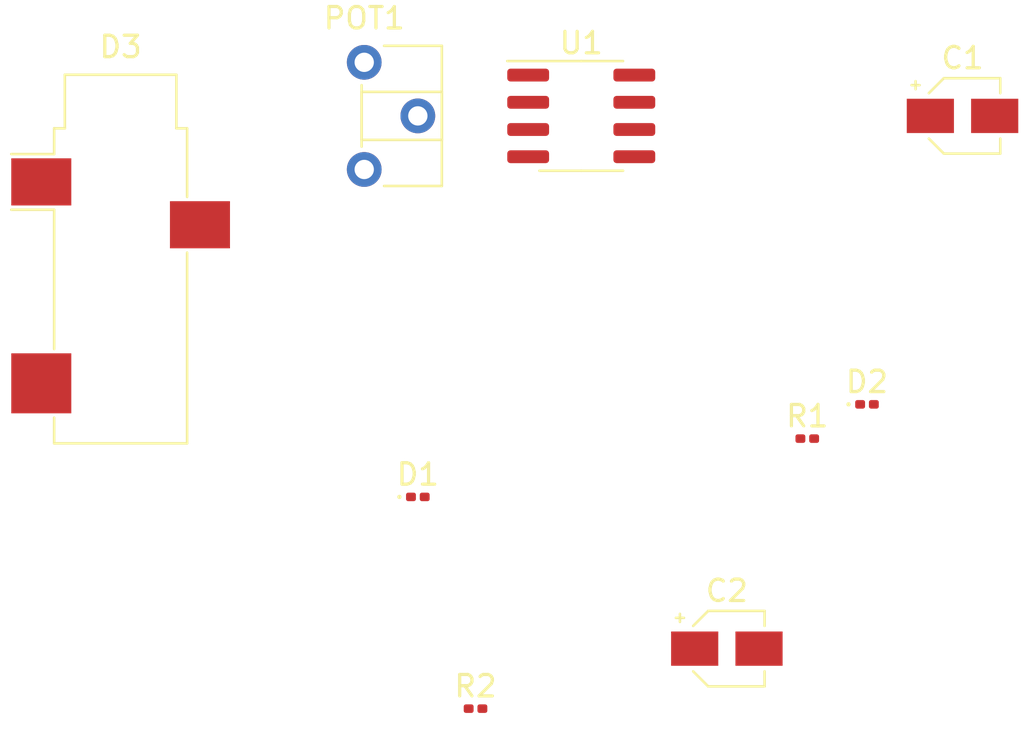
<source format=kicad_pcb>
(kicad_pcb (version 20211014) (generator pcbnew)
  (layers (0 "F.Cu" signal) (31 "B.Cu" signal) (34 "B.Paste" user) (35 "F.Paste" user) (36 "B.SilkS" user "B.Silkscreen") (37 "F.SilkS" user "F.Silkscreen") (38 "B.Mask" user) (39 "F.Mask" user) (44 "Edge.Cuts" user))
  (net 0 "")
  (net 1 "GND")
  (net 2 "Net-(C1-Pad2)")
  (net 3 "Net-(C2-Pad1)")
  (net 4 "Net-(D1-Pad1)")
  (net 5 "Net-(D1-Pad2)")
  (net 6 "Net-(D2-Pad1)")
  (net 7 "+5VD")
  (net 8 "Net-(R2-Pad1)")
  (net 9 "Net-(D3-Pad1)")
  (footprint "Resistor_SMD:R_0201_0603Metric" (layer "F.Cu") (at 185.8 103.96)
    (fp_text reference "R1" (at 0 -1.05) (layer "F.SilkS"))
    (fp_text value "120")
    (pad "1" smd roundrect (at -0.32 0) (size 0.46 0.4) (layers "F.Cu" "F.Mask") (net 4 "Net-(D1-Pad1)"))
    (pad "2" smd roundrect (at 0.32 0) (size 0.46 0.4) (layers "F.Cu" "F.Mask") (net 7 "+5VD"))
  )
  (footprint "Connector_Audio:Jack_3.5mm_CUI_SJ-3523-SMT_Horizontal" (layer "F.Cu") (at 153.78 95.58)
    (fp_text reference "D3" (at 0 -9.9) (layer "F.SilkS"))
    (fp_text value "LED_Series")
    (fp_line (start -3.1 4.2) (end -3.1 -2.3) (layer "F.SilkS") (width 0.12))
    (fp_line (start 3.1 8.6) (end -3.1 8.6) (layer "F.SilkS") (width 0.12))
    (fp_line (start -2.6 -8.6) (end 2.6 -8.6) (layer "F.SilkS") (width 0.12))
    (fp_line (start -3.1 -4.9) (end -5.1 -4.9) (layer "F.SilkS") (width 0.12))
    (fp_line (start 2.6 -8.6) (end 2.6 -6.1) (layer "F.SilkS") (width 0.12))
    (fp_line (start -3.1 8.6) (end -3.1 7.4) (layer "F.SilkS") (width 0.12))
    (fp_line (start -3.1 -4.9) (end -3.1 -6.1) (layer "F.SilkS") (width 0.12))
    (fp_line (start -3.1 -6.1) (end -2.6 -6.1) (layer "F.SilkS") (width 0.12))
    (fp_line (start -2.6 -6.1) (end -2.6 -8.6) (layer "F.SilkS") (width 0.12))
    (fp_line (start 3.1 -0.3) (end 3.1 8.6) (layer "F.SilkS") (width 0.12))
    (fp_line (start 2.6 -6.1) (end 3.1 -6.1) (layer "F.SilkS") (width 0.12))
    (fp_line (start 3.1 -6.1) (end 3.1 -2.9) (layer "F.SilkS") (width 0.12))
    (fp_line (start -3.1 -2.3) (end -5.1 -2.3) (layer "F.SilkS") (width 0.12))
    (pad "" np_thru_hole circle (at 0 4.5) (size 1.7 1.7) (drill 1.7) (layers *.Cu *.Mask))
    (pad "" np_thru_hole circle (at 0 -2.5) (size 1.7 1.7) (drill 1.7) (layers *.Cu *.Mask))
    (pad "R" smd rect (at 3.7 -1.6) (size 2.8 2.2) (layers "F.Cu" "F.Paste" "F.Mask"))
    (pad "S" smd rect (at -3.7 -3.6) (size 2.8 2.2) (layers "F.Cu" "F.Paste" "F.Mask"))
    (pad "T" smd rect (at -3.7 5.8) (size 2.8 2.8) (layers "F.Cu" "F.Paste" "F.Mask"))
  )
  (footprint "Diode_SMD:D_0201_0603Metric" (layer "F.Cu") (at 167.64 106.68)
    (fp_text reference "D1" (at 0 -1.05) (layer "F.SilkS"))
    (fp_text value "DIODE")
    (fp_circle (center -0.86 0) (end -0.81 0) (layer "F.SilkS") (width 0.1) (fill none))
    (pad "1" smd roundrect (at -0.32 0) (size 0.46 0.4) (layers "F.Cu" "F.Mask") (net 4 "Net-(D1-Pad1)"))
    (pad "2" smd roundrect (at 0.32 0) (size 0.46 0.4) (layers "F.Cu" "F.Mask") (net 5 "Net-(D1-Pad2)"))
  )
  (footprint "Resistor_SMD:R_0201_0603Metric" (layer "F.Cu") (at 170.33 116.56)
    (fp_text reference "R2" (at 0 -1.05) (layer "F.SilkS"))
    (fp_text value "15")
    (pad "1" smd roundrect (at -0.32 0) (size 0.46 0.4) (layers "F.Cu" "F.Mask") (net 8 "Net-(R2-Pad1)"))
    (pad "2" smd roundrect (at 0.32 0) (size 0.46 0.4) (layers "F.Cu" "F.Mask") (net 9 "Net-(D3-Pad1)"))
  )
  (footprint "Package_SO:SOIC-8_3.9x4.9mm_P1.27mm" (layer "F.Cu") (at 175.26 88.9)
    (fp_text reference "U1" (at 0 -3.4) (layer "F.SilkS"))
    (fp_text value "NE555D")
    (fp_line (start 0 -2.56) (end 1.95 -2.56) (layer "F.SilkS") (width 0.12))
    (fp_line (start 0 2.56) (end 1.95 2.56) (layer "F.SilkS") (width 0.12))
    (fp_line (start 0 -2.56) (end -3.45 -2.56) (layer "F.SilkS") (width 0.12))
    (fp_line (start 0 2.56) (end -1.95 2.56) (layer "F.SilkS") (width 0.12))
    (pad "1" smd roundrect (at -2.475 -1.905) (size 1.95 0.6) (layers "F.Cu" "F.Paste" "F.Mask") (net 1 "GND"))
    (pad "2" smd roundrect (at -2.475 -0.635) (size 1.95 0.6) (layers "F.Cu" "F.Paste" "F.Mask") (net 2 "Net-(C1-Pad2)"))
    (pad "3" smd roundrect (at -2.475 0.635) (size 1.95 0.6) (layers "F.Cu" "F.Paste" "F.Mask") (net 8 "Net-(R2-Pad1)"))
    (pad "4" smd roundrect (at -2.475 1.905) (size 1.95 0.6) (layers "F.Cu" "F.Paste" "F.Mask") (net 7 "+5VD"))
    (pad "5" smd roundrect (at 2.475 1.905) (size 1.95 0.6) (layers "F.Cu" "F.Paste" "F.Mask") (net 3 "Net-(C2-Pad1)"))
    (pad "6" smd roundrect (at 2.475 0.635) (size 1.95 0.6) (layers "F.Cu" "F.Paste" "F.Mask") (net 2 "Net-(C1-Pad2)"))
    (pad "7" smd roundrect (at 2.475 -0.635) (size 1.95 0.6) (layers "F.Cu" "F.Paste" "F.Mask") (net 4 "Net-(D1-Pad1)"))
    (pad "8" smd roundrect (at 2.475 -1.905) (size 1.95 0.6) (layers "F.Cu" "F.Paste" "F.Mask") (net 7 "+5VD"))
  )
  (footprint "Diode_SMD:D_0201_0603Metric" (layer "F.Cu") (at 188.585 102.36)
    (fp_text reference "D2" (at 0 -1.05) (layer "F.SilkS"))
    (fp_text value "DIODE")
    (fp_circle (center -0.86 0) (end -0.81 0) (layer "F.SilkS") (width 0.1) (fill none))
    (pad "1" smd roundrect (at -0.32 0) (size 0.46 0.4) (layers "F.Cu" "F.Mask") (net 6 "Net-(D2-Pad1)"))
    (pad "2" smd roundrect (at 0.32 0) (size 0.46 0.4) (layers "F.Cu" "F.Mask") (net 4 "Net-(D1-Pad1)"))
  )
  (footprint "Capacitor_SMD:CP_Elec_3x5.3" (layer "F.Cu") (at 193.04 88.9)
    (fp_text reference "C1" (at 0 -2.7) (layer "F.SilkS"))
    (fp_text value "100nF")
    (fp_line (start -2.1875 -1.6225) (end -2.1875 -1.2475) (layer "F.SilkS") (width 0.12))
    (fp_line (start -1.570563 -1.06) (end -0.870563 -1.76) (layer "F.SilkS") (width 0.12))
    (fp_line (start -0.870563 -1.76) (end 1.76 -1.76) (layer "F.SilkS") (width 0.12))
    (fp_line (start 1.76 1.76) (end 1.76 1.06) (layer "F.SilkS") (width 0.12))
    (fp_line (start -2.375 -1.435) (end -2 -1.435) (layer "F.SilkS") (width 0.12))
    (fp_line (start 1.76 -1.76) (end 1.76 -1.06) (layer "F.SilkS") (width 0.12))
    (fp_line (start -0.870563 1.76) (end 1.76 1.76) (layer "F.SilkS") (width 0.12))
    (fp_line (start -1.570563 1.06) (end -0.870563 1.76) (layer "F.SilkS") (width 0.12))
    (pad "1" smd rect (at -1.5 0) (size 2.2 1.6) (layers "F.Cu" "F.Paste" "F.Mask") (net 1 "GND"))
    (pad "2" smd rect (at 1.5 0) (size 2.2 1.6) (layers "F.Cu" "F.Paste" "F.Mask") (net 2 "Net-(C1-Pad2)"))
  )
  (footprint "Potentiometer_THT:Potentiometer_ACP_CA6-H2,5_Horizontal" (layer "F.Cu") (at 165.14 86.4)
    (fp_text reference "POT1" (at 0 -2.06) (layer "F.SilkS"))
    (fp_text value "10K")
    (fp_line (start -0.121 1.066) (end -0.121 3.935) (layer "F.SilkS") (width 0.12))
    (fp_line (start 0.925 -0.77) (end 3.62 -0.77) (layer "F.SilkS") (width 0.12))
    (fp_line (start 0.925 5.77) (end 3.62 5.77) (layer "F.SilkS") (width 0.12))
    (fp_line (start 3.62 -0.77) (end 3.62 5.77) (layer "F.SilkS") (width 0.12))
    (fp_line (start 3.62 1.38) (end 3.62 3.62) (layer "F.SilkS") (width 0.12))
    (fp_line (start -0.121 3.62) (end 3.62 3.62) (layer "F.SilkS") (width 0.12))
    (fp_line (start -0.121 1.38) (end 3.62 1.38) (layer "F.SilkS") (width 0.12))
    (fp_line (start -0.121 1.38) (end -0.121 3.62) (layer "F.SilkS") (width 0.12))
    (pad "1" thru_hole circle (at 0 0) (size 1.62 1.62) (drill 0.9) (layers *.Cu *.Mask) (net 6 "Net-(D2-Pad1)"))
    (pad "2" thru_hole circle (at 2.5 2.5) (size 1.62 1.62) (drill 0.9) (layers *.Cu *.Mask) (net 2 "Net-(C1-Pad2)"))
    (pad "3" thru_hole circle (at 0 5) (size 1.62 1.62) (drill 0.9) (layers *.Cu *.Mask) (net 5 "Net-(D1-Pad2)"))
  )
  (footprint "Capacitor_SMD:CP_Elec_3x5.3" (layer "F.Cu") (at 182.05 113.76)
    (fp_text reference "C2" (at 0 -2.7) (layer "F.SilkS"))
    (fp_text value "10nF")
    (fp_line (start 1.76 -1.76) (end 1.76 -1.06) (layer "F.SilkS") (width 0.12))
    (fp_line (start -2.1875 -1.6225) (end -2.1875 -1.2475) (layer "F.SilkS") (width 0.12))
    (fp_line (start -1.570563 1.06) (end -0.870563 1.76) (layer "F.SilkS") (width 0.12))
    (fp_line (start -1.570563 -1.06) (end -0.870563 -1.76) (layer "F.SilkS") (width 0.12))
    (fp_line (start 1.76 1.76) (end 1.76 1.06) (layer "F.SilkS") (width 0.12))
    (fp_line (start -0.870563 1.76) (end 1.76 1.76) (layer "F.SilkS") (width 0.12))
    (fp_line (start -0.870563 -1.76) (end 1.76 -1.76) (layer "F.SilkS") (width 0.12))
    (fp_line (start -2.375 -1.435) (end -2 -1.435) (layer "F.SilkS") (width 0.12))
    (pad "1" smd rect (at -1.5 0) (size 2.2 1.6) (layers "F.Cu" "F.Paste" "F.Mask") (net 3 "Net-(C2-Pad1)"))
    (pad "2" smd rect (at 1.5 0) (size 2.2 1.6) (layers "F.Cu" "F.Paste" "F.Mask") (net 1 "GND"))
  )
)
</source>
